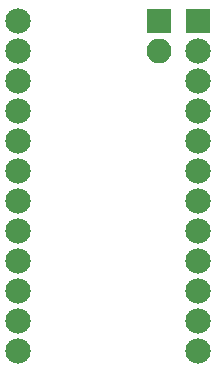
<source format=gbr>
G04 #@! TF.GenerationSoftware,KiCad,Pcbnew,(5.0.0)*
G04 #@! TF.CreationDate,2019-11-08T16:30:22-06:00*
G04 #@! TF.ProjectId,BlueMicro_LED_tester,426C75654D6963726F5F4C45445F7465,rev?*
G04 #@! TF.SameCoordinates,Original*
G04 #@! TF.FileFunction,Soldermask,Bot*
G04 #@! TF.FilePolarity,Negative*
%FSLAX46Y46*%
G04 Gerber Fmt 4.6, Leading zero omitted, Abs format (unit mm)*
G04 Created by KiCad (PCBNEW (5.0.0)) date 11/08/19 16:30:22*
%MOMM*%
%LPD*%
G01*
G04 APERTURE LIST*
%ADD10R,2.100000X2.100000*%
%ADD11O,2.100000X2.100000*%
%ADD12R,2.152600X2.152600*%
%ADD13C,2.152600*%
G04 APERTURE END LIST*
D10*
G04 #@! TO.C,J1*
X114300000Y-72390000D03*
D11*
X114300000Y-74930000D03*
G04 #@! TD*
D12*
G04 #@! TO.C,U1*
X117620000Y-72390000D03*
D13*
X117620000Y-74930000D03*
X117620000Y-77470000D03*
X117620000Y-80010000D03*
X117620000Y-82550000D03*
X117620000Y-85090000D03*
X117620000Y-87630000D03*
X117620000Y-90170000D03*
X117620000Y-92710000D03*
X117620000Y-95250000D03*
X117620000Y-97790000D03*
X117620000Y-100330000D03*
X102380000Y-100330000D03*
X102380000Y-97790000D03*
X102380000Y-95250000D03*
X102380000Y-92710000D03*
X102380000Y-90170000D03*
X102380000Y-87630000D03*
X102380000Y-85090000D03*
X102380000Y-82550000D03*
X102380000Y-80010000D03*
X102380000Y-77470000D03*
X102380000Y-74930000D03*
X102380000Y-72390000D03*
G04 #@! TD*
M02*

</source>
